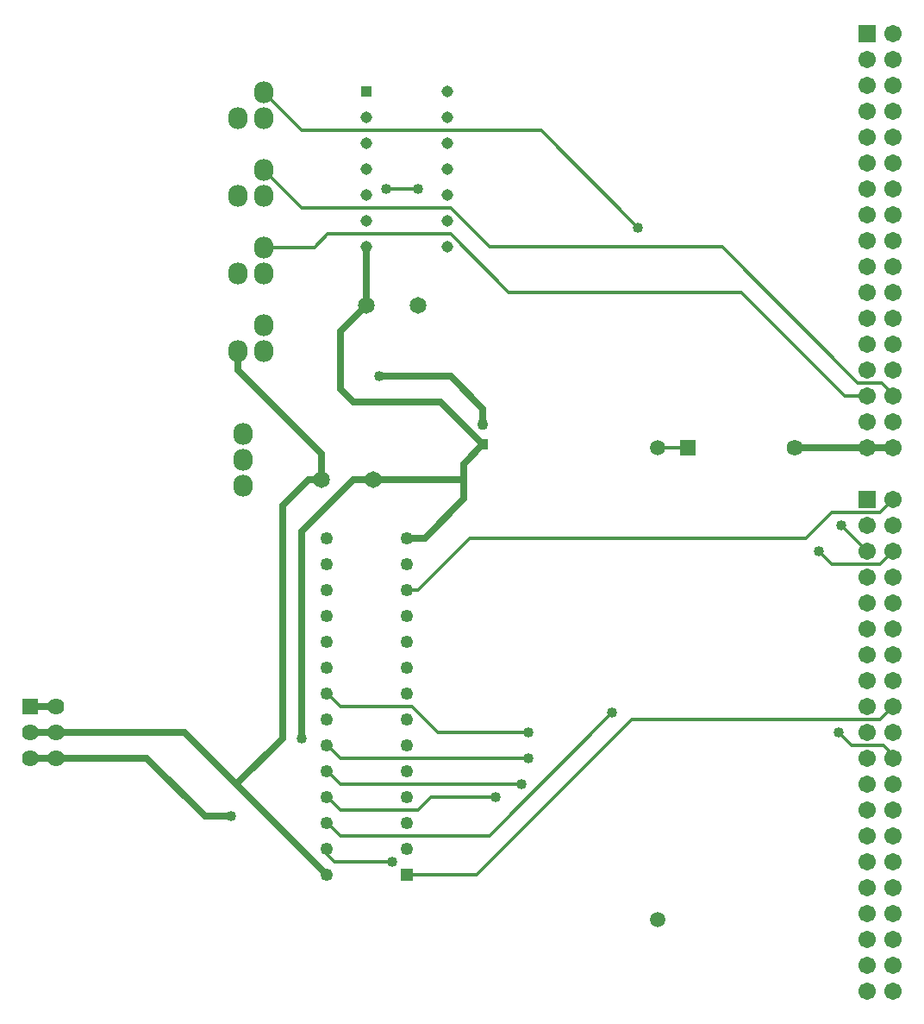
<source format=gbr>
G04 DipTrace 4.3.0.5*
G04 1 - Top.gbr*
%MOMM*%
G04 #@! TF.FileFunction,Copper,L1,Top*
G04 #@! TF.Part,Single*
G04 #@! TA.AperFunction,Conductor*
%ADD16C,0.66*%
%ADD17C,0.3302*%
%ADD18C,0.6604*%
G04 #@! TA.AperFunction,ComponentPad*
%ADD22C,1.65*%
%ADD23R,1.1X1.1*%
%ADD24C,1.1*%
%ADD25R,1.59X1.59*%
%ADD26C,1.59*%
%ADD27R,1.71X1.71*%
%ADD28C,1.71*%
%ADD29R,1.62X1.62*%
%ADD30C,1.62*%
%ADD31O,1.905X2.159*%
%ADD32C,1.5*%
%ADD33R,1.14X1.14*%
%ADD34C,1.14*%
%ADD35R,1.25X1.25*%
%ADD36C,1.25*%
G04 #@! TA.AperFunction,ViaPad*
%ADD37C,1.016*%
%FSLAX35Y35*%
G04*
G71*
G90*
G75*
G01*
G04 Top*
%LPD*%
X-5334000Y1333500D2*
D16*
X-4635500D1*
X-4318003Y1016003D1*
Y862000D1*
X-6726300Y1584193D2*
Y1392300D1*
X-5905500Y571500D1*
Y317500D1*
X-6032500D1*
X-6286500Y63500D1*
Y-2222500D1*
X-6737350Y-2673350D1*
X-5854700Y-3556000D1*
X-8763000Y-2159000D2*
X-8509000D1*
X-7251700D1*
X-5854700Y-3556000D1*
Y-2794000D2*
D17*
X-5842000D1*
X-5715000Y-2921000D1*
X-4953000D1*
X-4826000Y-2794000D1*
X-4191000D1*
X-5854700Y-2540000D2*
X-5842000D1*
X-5715000Y-2667000D1*
X-3937000D1*
X-5854700Y-1778000D2*
X-5842000D1*
X-5715000Y-1905000D1*
X-5016500D1*
X-4762500Y-2159000D1*
X-3873500D1*
X-825500D2*
X-698500Y-2286000D1*
X-381000D1*
X-285750Y-2381250D1*
Y-2413000D1*
X-5854700Y-2286000D2*
X-5842000D1*
X-5715000Y-2413000D1*
X-3873500D1*
X-5854700Y-3048000D2*
X-5842000D1*
X-5715000Y-3175000D1*
X-4254500D1*
X-3048000Y-1968500D1*
X-5067300Y-3556000D2*
X-4381500D1*
X-2857500Y-2032000D1*
X-412750D1*
X-285750Y-1905000D1*
X-5067300Y-762000D2*
X-4953000D1*
X-4445000Y-254000D1*
X-1143000D1*
X-889000Y0D1*
X-412750D1*
X-285750Y127000D1*
X-793750Y-127000D2*
X-539750Y-381000D1*
X-1016000D2*
X-889000Y-508000D1*
X-412750D1*
X-285750Y-381000D1*
X-5397500Y317500D2*
D18*
X-4506477D1*
Y473520D1*
X-4317997Y662000D1*
X-5067300Y-254000D2*
X-4889500D1*
X-4506477Y129023D1*
Y317500D1*
X-5461123Y2603500D2*
Y2349623D1*
X-5461000Y2349500D1*
Y2032000D1*
X-4317997Y662000D2*
X-4735497Y1079500D1*
X-5588000D1*
X-5715000Y1206500D1*
Y1778000D1*
X-5461000Y2032000D1*
X-5397500Y317500D2*
X-5588000D1*
X-6096000Y-190500D1*
Y-2222500D1*
X-6794500Y-2984500D2*
X-7048500D1*
X-7620000Y-2413000D1*
X-8763000D1*
X-8509000D1*
X-539750Y635000D2*
D16*
X-1254000D1*
X-285750D2*
X-539750D1*
X-2302000D2*
D17*
X-2603500D1*
X-8509000Y-1905000D2*
D16*
X-8763000D1*
X-5854700Y-3302000D2*
D17*
Y-3352800D1*
X-5778500Y-3429000D1*
X-5207000D1*
X-2794000Y2794000D2*
X-3746500Y3746500D1*
X-6094630D1*
X-6472327Y4124197D1*
X-285750Y1143000D2*
X-268000D1*
X-395000Y1270000D1*
X-635000D1*
X-1968500Y2603500D1*
X-4254500D1*
X-4635500Y2984500D1*
X-6094630D1*
X-6472327Y3362197D1*
X-539750Y1143000D2*
X-762000D1*
X-1778000Y2159000D1*
X-4064000D1*
X-4635500Y2730500D1*
X-5842000D1*
X-5972303Y2600197D1*
X-6472327D1*
X-4953000Y3175000D2*
X-5270500D1*
D37*
X-5334000Y1333500D3*
X-4191000Y-2794000D3*
X-3937000Y-2667000D3*
X-3873500Y-2159000D3*
X-825500D3*
X-3873500Y-2413000D3*
X-3048000Y-1968500D3*
X-793750Y-127000D3*
X-1016000Y-381000D3*
X-6096000Y-2222500D3*
X-6794500Y-2984500D3*
X-5207000Y-3429000D3*
X-2794000Y2794000D3*
X-4953000Y3175000D3*
X-5270500D3*
D22*
X-5461000Y2032000D3*
X-4953000D3*
D23*
X-4317997Y662000D3*
D24*
X-4318003Y862000D3*
D22*
X-5397500Y317500D3*
X-5905500D3*
D25*
X-2302000Y635000D3*
D26*
X-1254000D3*
D27*
X-539750Y127000D3*
D28*
X-285750D3*
X-539750Y-127000D3*
X-285750D3*
X-539750Y-381000D3*
X-285750D3*
X-539750Y-635000D3*
X-285750D3*
X-539750Y-889000D3*
X-285750D3*
X-539750Y-1143000D3*
X-285750D3*
X-539750Y-1397000D3*
X-285750D3*
X-539750Y-1651000D3*
X-285750D3*
X-539750Y-1905000D3*
X-285750D3*
X-539750Y-2159000D3*
X-285750D3*
X-539750Y-2413000D3*
X-285750D3*
X-539750Y-2667000D3*
X-285750D3*
X-539750Y-2921000D3*
X-285750D3*
X-539750Y-3175000D3*
X-285750D3*
X-539750Y-3429000D3*
X-285750D3*
X-539750Y-3683000D3*
X-285750D3*
X-539750Y-3937000D3*
X-285750D3*
X-539750Y-4191000D3*
X-285750D3*
X-539750Y-4445000D3*
X-285750D3*
X-539750Y-4699000D3*
X-285750D3*
D27*
X-539750Y4699000D3*
D28*
X-285750D3*
X-539750Y4445000D3*
X-285750D3*
X-539750Y4191000D3*
X-285750D3*
X-539750Y3937000D3*
X-285750D3*
X-539750Y3683000D3*
X-285750D3*
X-539750Y3429000D3*
X-285750D3*
X-539750Y3175000D3*
X-285750D3*
X-539750Y2921000D3*
X-285750D3*
X-539750Y2667000D3*
X-285750D3*
X-539750Y2413000D3*
X-285750D3*
X-539750Y2159000D3*
X-285750D3*
X-539750Y1905000D3*
X-285750D3*
X-539750Y1651000D3*
X-285750D3*
X-539750Y1397000D3*
X-285750D3*
X-539750Y1143000D3*
X-285750D3*
X-539750Y889000D3*
X-285750D3*
X-539750Y635000D3*
X-285750D3*
D29*
X-8763000Y-1905000D3*
D30*
X-8509000D3*
X-8763000Y-2159000D3*
X-8509000D3*
X-8763000Y-2413000D3*
X-8509000D3*
D31*
X-6672173Y257303D3*
X-6672170Y765300D3*
X-6672173Y511303D3*
X-6472327Y4124197D3*
X-6726300Y3870200D3*
X-6472327Y3870197D3*
Y3362197D3*
X-6726300Y3108200D3*
X-6472327Y3108197D3*
Y2600197D3*
X-6726300Y2346200D3*
X-6472327Y2346197D3*
X-6472333Y1838196D3*
X-6726300Y1584193D3*
X-6472327Y1584196D3*
D32*
X-2603500Y635000D3*
Y-4000500D3*
D33*
X-5461123Y4127500D3*
D34*
Y3873500D3*
Y3619500D3*
Y3365500D3*
Y3111500D3*
Y2857500D3*
Y2603500D3*
X-4667123D3*
Y2857500D3*
Y3111500D3*
Y3365500D3*
Y3619500D3*
Y3873500D3*
Y4127500D3*
D35*
X-5067300Y-3556000D3*
D36*
Y-3302000D3*
Y-3048000D3*
Y-2794000D3*
Y-2540000D3*
Y-2286000D3*
Y-2032000D3*
Y-1778000D3*
Y-1524000D3*
Y-1270000D3*
Y-1016000D3*
Y-762000D3*
Y-508000D3*
Y-254000D3*
X-5854700D3*
Y-508000D3*
Y-762000D3*
Y-1016000D3*
Y-1270000D3*
Y-1524000D3*
Y-1778000D3*
Y-2032000D3*
Y-2286000D3*
Y-2540000D3*
Y-2794000D3*
Y-3048000D3*
Y-3302000D3*
Y-3556000D3*
M02*

</source>
